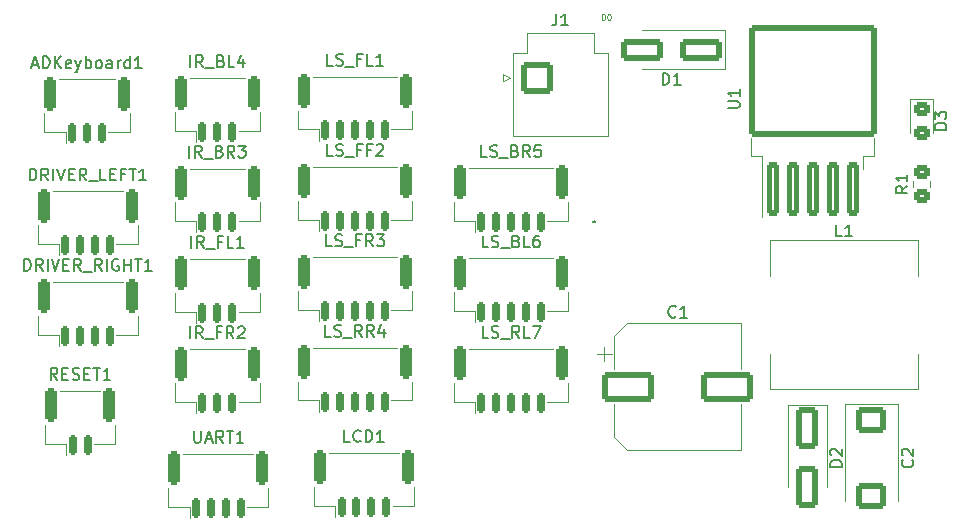
<source format=gto>
G04 #@! TF.GenerationSoftware,KiCad,Pcbnew,7.0.5*
G04 #@! TF.CreationDate,2023-09-27T13:54:17+07:00*
G04 #@! TF.ProjectId,sumoRobotPCB,73756d6f-526f-4626-9f74-5043422e6b69,rev?*
G04 #@! TF.SameCoordinates,Original*
G04 #@! TF.FileFunction,Legend,Top*
G04 #@! TF.FilePolarity,Positive*
%FSLAX46Y46*%
G04 Gerber Fmt 4.6, Leading zero omitted, Abs format (unit mm)*
G04 Created by KiCad (PCBNEW 7.0.5) date 2023-09-27 13:54:17*
%MOMM*%
%LPD*%
G01*
G04 APERTURE LIST*
G04 Aperture macros list*
%AMRoundRect*
0 Rectangle with rounded corners*
0 $1 Rounding radius*
0 $2 $3 $4 $5 $6 $7 $8 $9 X,Y pos of 4 corners*
0 Add a 4 corners polygon primitive as box body*
4,1,4,$2,$3,$4,$5,$6,$7,$8,$9,$2,$3,0*
0 Add four circle primitives for the rounded corners*
1,1,$1+$1,$2,$3*
1,1,$1+$1,$4,$5*
1,1,$1+$1,$6,$7*
1,1,$1+$1,$8,$9*
0 Add four rect primitives between the rounded corners*
20,1,$1+$1,$2,$3,$4,$5,0*
20,1,$1+$1,$4,$5,$6,$7,0*
20,1,$1+$1,$6,$7,$8,$9,0*
20,1,$1+$1,$8,$9,$2,$3,0*%
G04 Aperture macros list end*
%ADD10C,0.150000*%
%ADD11C,0.075000*%
%ADD12C,0.120000*%
%ADD13RoundRect,0.150000X-0.150000X-0.700000X0.150000X-0.700000X0.150000X0.700000X-0.150000X0.700000X0*%
%ADD14RoundRect,0.250000X-0.250000X-1.150000X0.250000X-1.150000X0.250000X1.150000X-0.250000X1.150000X0*%
%ADD15RoundRect,0.250000X1.500000X0.650000X-1.500000X0.650000X-1.500000X-0.650000X1.500000X-0.650000X0*%
%ADD16RoundRect,0.250000X-1.025000X0.875000X-1.025000X-0.875000X1.025000X-0.875000X1.025000X0.875000X0*%
%ADD17RoundRect,0.250000X-0.650000X1.500000X-0.650000X-1.500000X0.650000X-1.500000X0.650000X1.500000X0*%
%ADD18RoundRect,0.250000X-0.450000X0.325000X-0.450000X-0.325000X0.450000X-0.325000X0.450000X0.325000X0*%
%ADD19RoundRect,0.250001X-1.099999X-1.099999X1.099999X-1.099999X1.099999X1.099999X-1.099999X1.099999X0*%
%ADD20C,2.700000*%
%ADD21R,2.900000X5.400000*%
%ADD22C,3.200000*%
%ADD23O,1.727200X1.727200*%
%ADD24R,1.727200X1.727200*%
%ADD25RoundRect,0.250000X0.300000X-2.050000X0.300000X2.050000X-0.300000X2.050000X-0.300000X-2.050000X0*%
%ADD26RoundRect,0.250002X5.149998X-4.449998X5.149998X4.449998X-5.149998X4.449998X-5.149998X-4.449998X0*%
%ADD27RoundRect,0.250000X-1.950000X-1.000000X1.950000X-1.000000X1.950000X1.000000X-1.950000X1.000000X0*%
%ADD28RoundRect,0.250000X0.450000X-0.350000X0.450000X0.350000X-0.450000X0.350000X-0.450000X-0.350000X0*%
G04 APERTURE END LIST*
D10*
X233220190Y-107982819D02*
X232744000Y-107982819D01*
X232744000Y-107982819D02*
X232744000Y-106982819D01*
X233505905Y-107935200D02*
X233648762Y-107982819D01*
X233648762Y-107982819D02*
X233886857Y-107982819D01*
X233886857Y-107982819D02*
X233982095Y-107935200D01*
X233982095Y-107935200D02*
X234029714Y-107887580D01*
X234029714Y-107887580D02*
X234077333Y-107792342D01*
X234077333Y-107792342D02*
X234077333Y-107697104D01*
X234077333Y-107697104D02*
X234029714Y-107601866D01*
X234029714Y-107601866D02*
X233982095Y-107554247D01*
X233982095Y-107554247D02*
X233886857Y-107506628D01*
X233886857Y-107506628D02*
X233696381Y-107459009D01*
X233696381Y-107459009D02*
X233601143Y-107411390D01*
X233601143Y-107411390D02*
X233553524Y-107363771D01*
X233553524Y-107363771D02*
X233505905Y-107268533D01*
X233505905Y-107268533D02*
X233505905Y-107173295D01*
X233505905Y-107173295D02*
X233553524Y-107078057D01*
X233553524Y-107078057D02*
X233601143Y-107030438D01*
X233601143Y-107030438D02*
X233696381Y-106982819D01*
X233696381Y-106982819D02*
X233934476Y-106982819D01*
X233934476Y-106982819D02*
X234077333Y-107030438D01*
X234267810Y-108078057D02*
X235029714Y-108078057D01*
X235601143Y-107459009D02*
X235744000Y-107506628D01*
X235744000Y-107506628D02*
X235791619Y-107554247D01*
X235791619Y-107554247D02*
X235839238Y-107649485D01*
X235839238Y-107649485D02*
X235839238Y-107792342D01*
X235839238Y-107792342D02*
X235791619Y-107887580D01*
X235791619Y-107887580D02*
X235744000Y-107935200D01*
X235744000Y-107935200D02*
X235648762Y-107982819D01*
X235648762Y-107982819D02*
X235267810Y-107982819D01*
X235267810Y-107982819D02*
X235267810Y-106982819D01*
X235267810Y-106982819D02*
X235601143Y-106982819D01*
X235601143Y-106982819D02*
X235696381Y-107030438D01*
X235696381Y-107030438D02*
X235744000Y-107078057D01*
X235744000Y-107078057D02*
X235791619Y-107173295D01*
X235791619Y-107173295D02*
X235791619Y-107268533D01*
X235791619Y-107268533D02*
X235744000Y-107363771D01*
X235744000Y-107363771D02*
X235696381Y-107411390D01*
X235696381Y-107411390D02*
X235601143Y-107459009D01*
X235601143Y-107459009D02*
X235267810Y-107459009D01*
X236839238Y-107982819D02*
X236505905Y-107506628D01*
X236267810Y-107982819D02*
X236267810Y-106982819D01*
X236267810Y-106982819D02*
X236648762Y-106982819D01*
X236648762Y-106982819D02*
X236744000Y-107030438D01*
X236744000Y-107030438D02*
X236791619Y-107078057D01*
X236791619Y-107078057D02*
X236839238Y-107173295D01*
X236839238Y-107173295D02*
X236839238Y-107316152D01*
X236839238Y-107316152D02*
X236791619Y-107411390D01*
X236791619Y-107411390D02*
X236744000Y-107459009D01*
X236744000Y-107459009D02*
X236648762Y-107506628D01*
X236648762Y-107506628D02*
X236267810Y-107506628D01*
X237744000Y-106982819D02*
X237267810Y-106982819D01*
X237267810Y-106982819D02*
X237220191Y-107459009D01*
X237220191Y-107459009D02*
X237267810Y-107411390D01*
X237267810Y-107411390D02*
X237363048Y-107363771D01*
X237363048Y-107363771D02*
X237601143Y-107363771D01*
X237601143Y-107363771D02*
X237696381Y-107411390D01*
X237696381Y-107411390D02*
X237744000Y-107459009D01*
X237744000Y-107459009D02*
X237791619Y-107554247D01*
X237791619Y-107554247D02*
X237791619Y-107792342D01*
X237791619Y-107792342D02*
X237744000Y-107887580D01*
X237744000Y-107887580D02*
X237696381Y-107935200D01*
X237696381Y-107935200D02*
X237601143Y-107982819D01*
X237601143Y-107982819D02*
X237363048Y-107982819D01*
X237363048Y-107982819D02*
X237267810Y-107935200D01*
X237267810Y-107935200D02*
X237220191Y-107887580D01*
X233315428Y-123282819D02*
X232839238Y-123282819D01*
X232839238Y-123282819D02*
X232839238Y-122282819D01*
X233601143Y-123235200D02*
X233744000Y-123282819D01*
X233744000Y-123282819D02*
X233982095Y-123282819D01*
X233982095Y-123282819D02*
X234077333Y-123235200D01*
X234077333Y-123235200D02*
X234124952Y-123187580D01*
X234124952Y-123187580D02*
X234172571Y-123092342D01*
X234172571Y-123092342D02*
X234172571Y-122997104D01*
X234172571Y-122997104D02*
X234124952Y-122901866D01*
X234124952Y-122901866D02*
X234077333Y-122854247D01*
X234077333Y-122854247D02*
X233982095Y-122806628D01*
X233982095Y-122806628D02*
X233791619Y-122759009D01*
X233791619Y-122759009D02*
X233696381Y-122711390D01*
X233696381Y-122711390D02*
X233648762Y-122663771D01*
X233648762Y-122663771D02*
X233601143Y-122568533D01*
X233601143Y-122568533D02*
X233601143Y-122473295D01*
X233601143Y-122473295D02*
X233648762Y-122378057D01*
X233648762Y-122378057D02*
X233696381Y-122330438D01*
X233696381Y-122330438D02*
X233791619Y-122282819D01*
X233791619Y-122282819D02*
X234029714Y-122282819D01*
X234029714Y-122282819D02*
X234172571Y-122330438D01*
X234363048Y-123378057D02*
X235124952Y-123378057D01*
X235934476Y-123282819D02*
X235601143Y-122806628D01*
X235363048Y-123282819D02*
X235363048Y-122282819D01*
X235363048Y-122282819D02*
X235744000Y-122282819D01*
X235744000Y-122282819D02*
X235839238Y-122330438D01*
X235839238Y-122330438D02*
X235886857Y-122378057D01*
X235886857Y-122378057D02*
X235934476Y-122473295D01*
X235934476Y-122473295D02*
X235934476Y-122616152D01*
X235934476Y-122616152D02*
X235886857Y-122711390D01*
X235886857Y-122711390D02*
X235839238Y-122759009D01*
X235839238Y-122759009D02*
X235744000Y-122806628D01*
X235744000Y-122806628D02*
X235363048Y-122806628D01*
X236839238Y-123282819D02*
X236363048Y-123282819D01*
X236363048Y-123282819D02*
X236363048Y-122282819D01*
X237077334Y-122282819D02*
X237744000Y-122282819D01*
X237744000Y-122282819D02*
X237315429Y-123282819D01*
X208102095Y-100380819D02*
X208102095Y-99380819D01*
X209149713Y-100380819D02*
X208816380Y-99904628D01*
X208578285Y-100380819D02*
X208578285Y-99380819D01*
X208578285Y-99380819D02*
X208959237Y-99380819D01*
X208959237Y-99380819D02*
X209054475Y-99428438D01*
X209054475Y-99428438D02*
X209102094Y-99476057D01*
X209102094Y-99476057D02*
X209149713Y-99571295D01*
X209149713Y-99571295D02*
X209149713Y-99714152D01*
X209149713Y-99714152D02*
X209102094Y-99809390D01*
X209102094Y-99809390D02*
X209054475Y-99857009D01*
X209054475Y-99857009D02*
X208959237Y-99904628D01*
X208959237Y-99904628D02*
X208578285Y-99904628D01*
X209340190Y-100476057D02*
X210102094Y-100476057D01*
X210673523Y-99857009D02*
X210816380Y-99904628D01*
X210816380Y-99904628D02*
X210863999Y-99952247D01*
X210863999Y-99952247D02*
X210911618Y-100047485D01*
X210911618Y-100047485D02*
X210911618Y-100190342D01*
X210911618Y-100190342D02*
X210863999Y-100285580D01*
X210863999Y-100285580D02*
X210816380Y-100333200D01*
X210816380Y-100333200D02*
X210721142Y-100380819D01*
X210721142Y-100380819D02*
X210340190Y-100380819D01*
X210340190Y-100380819D02*
X210340190Y-99380819D01*
X210340190Y-99380819D02*
X210673523Y-99380819D01*
X210673523Y-99380819D02*
X210768761Y-99428438D01*
X210768761Y-99428438D02*
X210816380Y-99476057D01*
X210816380Y-99476057D02*
X210863999Y-99571295D01*
X210863999Y-99571295D02*
X210863999Y-99666533D01*
X210863999Y-99666533D02*
X210816380Y-99761771D01*
X210816380Y-99761771D02*
X210768761Y-99809390D01*
X210768761Y-99809390D02*
X210673523Y-99857009D01*
X210673523Y-99857009D02*
X210340190Y-99857009D01*
X211816380Y-100380819D02*
X211340190Y-100380819D01*
X211340190Y-100380819D02*
X211340190Y-99380819D01*
X212578285Y-99714152D02*
X212578285Y-100380819D01*
X212340190Y-99333200D02*
X212102095Y-100047485D01*
X212102095Y-100047485D02*
X212721142Y-100047485D01*
X248071905Y-101874819D02*
X248071905Y-100874819D01*
X248071905Y-100874819D02*
X248310000Y-100874819D01*
X248310000Y-100874819D02*
X248452857Y-100922438D01*
X248452857Y-100922438D02*
X248548095Y-101017676D01*
X248548095Y-101017676D02*
X248595714Y-101112914D01*
X248595714Y-101112914D02*
X248643333Y-101303390D01*
X248643333Y-101303390D02*
X248643333Y-101446247D01*
X248643333Y-101446247D02*
X248595714Y-101636723D01*
X248595714Y-101636723D02*
X248548095Y-101731961D01*
X248548095Y-101731961D02*
X248452857Y-101827200D01*
X248452857Y-101827200D02*
X248310000Y-101874819D01*
X248310000Y-101874819D02*
X248071905Y-101874819D01*
X249595714Y-101874819D02*
X249024286Y-101874819D01*
X249310000Y-101874819D02*
X249310000Y-100874819D01*
X249310000Y-100874819D02*
X249214762Y-101017676D01*
X249214762Y-101017676D02*
X249119524Y-101112914D01*
X249119524Y-101112914D02*
X249024286Y-101160533D01*
X221608333Y-132114819D02*
X221132143Y-132114819D01*
X221132143Y-132114819D02*
X221132143Y-131114819D01*
X222513095Y-132019580D02*
X222465476Y-132067200D01*
X222465476Y-132067200D02*
X222322619Y-132114819D01*
X222322619Y-132114819D02*
X222227381Y-132114819D01*
X222227381Y-132114819D02*
X222084524Y-132067200D01*
X222084524Y-132067200D02*
X221989286Y-131971961D01*
X221989286Y-131971961D02*
X221941667Y-131876723D01*
X221941667Y-131876723D02*
X221894048Y-131686247D01*
X221894048Y-131686247D02*
X221894048Y-131543390D01*
X221894048Y-131543390D02*
X221941667Y-131352914D01*
X221941667Y-131352914D02*
X221989286Y-131257676D01*
X221989286Y-131257676D02*
X222084524Y-131162438D01*
X222084524Y-131162438D02*
X222227381Y-131114819D01*
X222227381Y-131114819D02*
X222322619Y-131114819D01*
X222322619Y-131114819D02*
X222465476Y-131162438D01*
X222465476Y-131162438D02*
X222513095Y-131210057D01*
X222941667Y-132114819D02*
X222941667Y-131114819D01*
X222941667Y-131114819D02*
X223179762Y-131114819D01*
X223179762Y-131114819D02*
X223322619Y-131162438D01*
X223322619Y-131162438D02*
X223417857Y-131257676D01*
X223417857Y-131257676D02*
X223465476Y-131352914D01*
X223465476Y-131352914D02*
X223513095Y-131543390D01*
X223513095Y-131543390D02*
X223513095Y-131686247D01*
X223513095Y-131686247D02*
X223465476Y-131876723D01*
X223465476Y-131876723D02*
X223417857Y-131971961D01*
X223417857Y-131971961D02*
X223322619Y-132067200D01*
X223322619Y-132067200D02*
X223179762Y-132114819D01*
X223179762Y-132114819D02*
X222941667Y-132114819D01*
X224465476Y-132114819D02*
X223894048Y-132114819D01*
X224179762Y-132114819D02*
X224179762Y-131114819D01*
X224179762Y-131114819D02*
X224084524Y-131257676D01*
X224084524Y-131257676D02*
X223989286Y-131352914D01*
X223989286Y-131352914D02*
X223894048Y-131400533D01*
X208078286Y-123330819D02*
X208078286Y-122330819D01*
X209125904Y-123330819D02*
X208792571Y-122854628D01*
X208554476Y-123330819D02*
X208554476Y-122330819D01*
X208554476Y-122330819D02*
X208935428Y-122330819D01*
X208935428Y-122330819D02*
X209030666Y-122378438D01*
X209030666Y-122378438D02*
X209078285Y-122426057D01*
X209078285Y-122426057D02*
X209125904Y-122521295D01*
X209125904Y-122521295D02*
X209125904Y-122664152D01*
X209125904Y-122664152D02*
X209078285Y-122759390D01*
X209078285Y-122759390D02*
X209030666Y-122807009D01*
X209030666Y-122807009D02*
X208935428Y-122854628D01*
X208935428Y-122854628D02*
X208554476Y-122854628D01*
X209316381Y-123426057D02*
X210078285Y-123426057D01*
X210649714Y-122807009D02*
X210316381Y-122807009D01*
X210316381Y-123330819D02*
X210316381Y-122330819D01*
X210316381Y-122330819D02*
X210792571Y-122330819D01*
X211744952Y-123330819D02*
X211411619Y-122854628D01*
X211173524Y-123330819D02*
X211173524Y-122330819D01*
X211173524Y-122330819D02*
X211554476Y-122330819D01*
X211554476Y-122330819D02*
X211649714Y-122378438D01*
X211649714Y-122378438D02*
X211697333Y-122426057D01*
X211697333Y-122426057D02*
X211744952Y-122521295D01*
X211744952Y-122521295D02*
X211744952Y-122664152D01*
X211744952Y-122664152D02*
X211697333Y-122759390D01*
X211697333Y-122759390D02*
X211649714Y-122807009D01*
X211649714Y-122807009D02*
X211554476Y-122854628D01*
X211554476Y-122854628D02*
X211173524Y-122854628D01*
X212125905Y-122426057D02*
X212173524Y-122378438D01*
X212173524Y-122378438D02*
X212268762Y-122330819D01*
X212268762Y-122330819D02*
X212506857Y-122330819D01*
X212506857Y-122330819D02*
X212602095Y-122378438D01*
X212602095Y-122378438D02*
X212649714Y-122426057D01*
X212649714Y-122426057D02*
X212697333Y-122521295D01*
X212697333Y-122521295D02*
X212697333Y-122616533D01*
X212697333Y-122616533D02*
X212649714Y-122759390D01*
X212649714Y-122759390D02*
X212078286Y-123330819D01*
X212078286Y-123330819D02*
X212697333Y-123330819D01*
X196836428Y-126838819D02*
X196503095Y-126362628D01*
X196265000Y-126838819D02*
X196265000Y-125838819D01*
X196265000Y-125838819D02*
X196645952Y-125838819D01*
X196645952Y-125838819D02*
X196741190Y-125886438D01*
X196741190Y-125886438D02*
X196788809Y-125934057D01*
X196788809Y-125934057D02*
X196836428Y-126029295D01*
X196836428Y-126029295D02*
X196836428Y-126172152D01*
X196836428Y-126172152D02*
X196788809Y-126267390D01*
X196788809Y-126267390D02*
X196741190Y-126315009D01*
X196741190Y-126315009D02*
X196645952Y-126362628D01*
X196645952Y-126362628D02*
X196265000Y-126362628D01*
X197265000Y-126315009D02*
X197598333Y-126315009D01*
X197741190Y-126838819D02*
X197265000Y-126838819D01*
X197265000Y-126838819D02*
X197265000Y-125838819D01*
X197265000Y-125838819D02*
X197741190Y-125838819D01*
X198122143Y-126791200D02*
X198265000Y-126838819D01*
X198265000Y-126838819D02*
X198503095Y-126838819D01*
X198503095Y-126838819D02*
X198598333Y-126791200D01*
X198598333Y-126791200D02*
X198645952Y-126743580D01*
X198645952Y-126743580D02*
X198693571Y-126648342D01*
X198693571Y-126648342D02*
X198693571Y-126553104D01*
X198693571Y-126553104D02*
X198645952Y-126457866D01*
X198645952Y-126457866D02*
X198598333Y-126410247D01*
X198598333Y-126410247D02*
X198503095Y-126362628D01*
X198503095Y-126362628D02*
X198312619Y-126315009D01*
X198312619Y-126315009D02*
X198217381Y-126267390D01*
X198217381Y-126267390D02*
X198169762Y-126219771D01*
X198169762Y-126219771D02*
X198122143Y-126124533D01*
X198122143Y-126124533D02*
X198122143Y-126029295D01*
X198122143Y-126029295D02*
X198169762Y-125934057D01*
X198169762Y-125934057D02*
X198217381Y-125886438D01*
X198217381Y-125886438D02*
X198312619Y-125838819D01*
X198312619Y-125838819D02*
X198550714Y-125838819D01*
X198550714Y-125838819D02*
X198693571Y-125886438D01*
X199122143Y-126315009D02*
X199455476Y-126315009D01*
X199598333Y-126838819D02*
X199122143Y-126838819D01*
X199122143Y-126838819D02*
X199122143Y-125838819D01*
X199122143Y-125838819D02*
X199598333Y-125838819D01*
X199884048Y-125838819D02*
X200455476Y-125838819D01*
X200169762Y-126838819D02*
X200169762Y-125838819D01*
X201312619Y-126838819D02*
X200741191Y-126838819D01*
X201026905Y-126838819D02*
X201026905Y-125838819D01*
X201026905Y-125838819D02*
X200931667Y-125981676D01*
X200931667Y-125981676D02*
X200836429Y-126076914D01*
X200836429Y-126076914D02*
X200741191Y-126124533D01*
X269209580Y-133618666D02*
X269257200Y-133666285D01*
X269257200Y-133666285D02*
X269304819Y-133809142D01*
X269304819Y-133809142D02*
X269304819Y-133904380D01*
X269304819Y-133904380D02*
X269257200Y-134047237D01*
X269257200Y-134047237D02*
X269161961Y-134142475D01*
X269161961Y-134142475D02*
X269066723Y-134190094D01*
X269066723Y-134190094D02*
X268876247Y-134237713D01*
X268876247Y-134237713D02*
X268733390Y-134237713D01*
X268733390Y-134237713D02*
X268542914Y-134190094D01*
X268542914Y-134190094D02*
X268447676Y-134142475D01*
X268447676Y-134142475D02*
X268352438Y-134047237D01*
X268352438Y-134047237D02*
X268304819Y-133904380D01*
X268304819Y-133904380D02*
X268304819Y-133809142D01*
X268304819Y-133809142D02*
X268352438Y-133666285D01*
X268352438Y-133666285D02*
X268400057Y-133618666D01*
X268400057Y-133237713D02*
X268352438Y-133190094D01*
X268352438Y-133190094D02*
X268304819Y-133094856D01*
X268304819Y-133094856D02*
X268304819Y-132856761D01*
X268304819Y-132856761D02*
X268352438Y-132761523D01*
X268352438Y-132761523D02*
X268400057Y-132713904D01*
X268400057Y-132713904D02*
X268495295Y-132666285D01*
X268495295Y-132666285D02*
X268590533Y-132666285D01*
X268590533Y-132666285D02*
X268733390Y-132713904D01*
X268733390Y-132713904D02*
X269304819Y-133285332D01*
X269304819Y-133285332D02*
X269304819Y-132666285D01*
X263264819Y-134192094D02*
X262264819Y-134192094D01*
X262264819Y-134192094D02*
X262264819Y-133953999D01*
X262264819Y-133953999D02*
X262312438Y-133811142D01*
X262312438Y-133811142D02*
X262407676Y-133715904D01*
X262407676Y-133715904D02*
X262502914Y-133668285D01*
X262502914Y-133668285D02*
X262693390Y-133620666D01*
X262693390Y-133620666D02*
X262836247Y-133620666D01*
X262836247Y-133620666D02*
X263026723Y-133668285D01*
X263026723Y-133668285D02*
X263121961Y-133715904D01*
X263121961Y-133715904D02*
X263217200Y-133811142D01*
X263217200Y-133811142D02*
X263264819Y-133953999D01*
X263264819Y-133953999D02*
X263264819Y-134192094D01*
X262360057Y-133239713D02*
X262312438Y-133192094D01*
X262312438Y-133192094D02*
X262264819Y-133096856D01*
X262264819Y-133096856D02*
X262264819Y-132858761D01*
X262264819Y-132858761D02*
X262312438Y-132763523D01*
X262312438Y-132763523D02*
X262360057Y-132715904D01*
X262360057Y-132715904D02*
X262455295Y-132668285D01*
X262455295Y-132668285D02*
X262550533Y-132668285D01*
X262550533Y-132668285D02*
X262693390Y-132715904D01*
X262693390Y-132715904D02*
X263264819Y-133287332D01*
X263264819Y-133287332D02*
X263264819Y-132668285D01*
X220178856Y-100242819D02*
X219702666Y-100242819D01*
X219702666Y-100242819D02*
X219702666Y-99242819D01*
X220464571Y-100195200D02*
X220607428Y-100242819D01*
X220607428Y-100242819D02*
X220845523Y-100242819D01*
X220845523Y-100242819D02*
X220940761Y-100195200D01*
X220940761Y-100195200D02*
X220988380Y-100147580D01*
X220988380Y-100147580D02*
X221035999Y-100052342D01*
X221035999Y-100052342D02*
X221035999Y-99957104D01*
X221035999Y-99957104D02*
X220988380Y-99861866D01*
X220988380Y-99861866D02*
X220940761Y-99814247D01*
X220940761Y-99814247D02*
X220845523Y-99766628D01*
X220845523Y-99766628D02*
X220655047Y-99719009D01*
X220655047Y-99719009D02*
X220559809Y-99671390D01*
X220559809Y-99671390D02*
X220512190Y-99623771D01*
X220512190Y-99623771D02*
X220464571Y-99528533D01*
X220464571Y-99528533D02*
X220464571Y-99433295D01*
X220464571Y-99433295D02*
X220512190Y-99338057D01*
X220512190Y-99338057D02*
X220559809Y-99290438D01*
X220559809Y-99290438D02*
X220655047Y-99242819D01*
X220655047Y-99242819D02*
X220893142Y-99242819D01*
X220893142Y-99242819D02*
X221035999Y-99290438D01*
X221226476Y-100338057D02*
X221988380Y-100338057D01*
X222559809Y-99719009D02*
X222226476Y-99719009D01*
X222226476Y-100242819D02*
X222226476Y-99242819D01*
X222226476Y-99242819D02*
X222702666Y-99242819D01*
X223559809Y-100242819D02*
X223083619Y-100242819D01*
X223083619Y-100242819D02*
X223083619Y-99242819D01*
X224416952Y-100242819D02*
X223845524Y-100242819D01*
X224131238Y-100242819D02*
X224131238Y-99242819D01*
X224131238Y-99242819D02*
X224036000Y-99385676D01*
X224036000Y-99385676D02*
X223940762Y-99480914D01*
X223940762Y-99480914D02*
X223845524Y-99528533D01*
X194695142Y-100185104D02*
X195171332Y-100185104D01*
X194599904Y-100470819D02*
X194933237Y-99470819D01*
X194933237Y-99470819D02*
X195266570Y-100470819D01*
X195599904Y-100470819D02*
X195599904Y-99470819D01*
X195599904Y-99470819D02*
X195837999Y-99470819D01*
X195837999Y-99470819D02*
X195980856Y-99518438D01*
X195980856Y-99518438D02*
X196076094Y-99613676D01*
X196076094Y-99613676D02*
X196123713Y-99708914D01*
X196123713Y-99708914D02*
X196171332Y-99899390D01*
X196171332Y-99899390D02*
X196171332Y-100042247D01*
X196171332Y-100042247D02*
X196123713Y-100232723D01*
X196123713Y-100232723D02*
X196076094Y-100327961D01*
X196076094Y-100327961D02*
X195980856Y-100423200D01*
X195980856Y-100423200D02*
X195837999Y-100470819D01*
X195837999Y-100470819D02*
X195599904Y-100470819D01*
X196599904Y-100470819D02*
X196599904Y-99470819D01*
X197171332Y-100470819D02*
X196742761Y-99899390D01*
X197171332Y-99470819D02*
X196599904Y-100042247D01*
X197980856Y-100423200D02*
X197885618Y-100470819D01*
X197885618Y-100470819D02*
X197695142Y-100470819D01*
X197695142Y-100470819D02*
X197599904Y-100423200D01*
X197599904Y-100423200D02*
X197552285Y-100327961D01*
X197552285Y-100327961D02*
X197552285Y-99947009D01*
X197552285Y-99947009D02*
X197599904Y-99851771D01*
X197599904Y-99851771D02*
X197695142Y-99804152D01*
X197695142Y-99804152D02*
X197885618Y-99804152D01*
X197885618Y-99804152D02*
X197980856Y-99851771D01*
X197980856Y-99851771D02*
X198028475Y-99947009D01*
X198028475Y-99947009D02*
X198028475Y-100042247D01*
X198028475Y-100042247D02*
X197552285Y-100137485D01*
X198361809Y-99804152D02*
X198599904Y-100470819D01*
X198837999Y-99804152D02*
X198599904Y-100470819D01*
X198599904Y-100470819D02*
X198504666Y-100708914D01*
X198504666Y-100708914D02*
X198457047Y-100756533D01*
X198457047Y-100756533D02*
X198361809Y-100804152D01*
X199218952Y-100470819D02*
X199218952Y-99470819D01*
X199218952Y-99851771D02*
X199314190Y-99804152D01*
X199314190Y-99804152D02*
X199504666Y-99804152D01*
X199504666Y-99804152D02*
X199599904Y-99851771D01*
X199599904Y-99851771D02*
X199647523Y-99899390D01*
X199647523Y-99899390D02*
X199695142Y-99994628D01*
X199695142Y-99994628D02*
X199695142Y-100280342D01*
X199695142Y-100280342D02*
X199647523Y-100375580D01*
X199647523Y-100375580D02*
X199599904Y-100423200D01*
X199599904Y-100423200D02*
X199504666Y-100470819D01*
X199504666Y-100470819D02*
X199314190Y-100470819D01*
X199314190Y-100470819D02*
X199218952Y-100423200D01*
X200266571Y-100470819D02*
X200171333Y-100423200D01*
X200171333Y-100423200D02*
X200123714Y-100375580D01*
X200123714Y-100375580D02*
X200076095Y-100280342D01*
X200076095Y-100280342D02*
X200076095Y-99994628D01*
X200076095Y-99994628D02*
X200123714Y-99899390D01*
X200123714Y-99899390D02*
X200171333Y-99851771D01*
X200171333Y-99851771D02*
X200266571Y-99804152D01*
X200266571Y-99804152D02*
X200409428Y-99804152D01*
X200409428Y-99804152D02*
X200504666Y-99851771D01*
X200504666Y-99851771D02*
X200552285Y-99899390D01*
X200552285Y-99899390D02*
X200599904Y-99994628D01*
X200599904Y-99994628D02*
X200599904Y-100280342D01*
X200599904Y-100280342D02*
X200552285Y-100375580D01*
X200552285Y-100375580D02*
X200504666Y-100423200D01*
X200504666Y-100423200D02*
X200409428Y-100470819D01*
X200409428Y-100470819D02*
X200266571Y-100470819D01*
X201457047Y-100470819D02*
X201457047Y-99947009D01*
X201457047Y-99947009D02*
X201409428Y-99851771D01*
X201409428Y-99851771D02*
X201314190Y-99804152D01*
X201314190Y-99804152D02*
X201123714Y-99804152D01*
X201123714Y-99804152D02*
X201028476Y-99851771D01*
X201457047Y-100423200D02*
X201361809Y-100470819D01*
X201361809Y-100470819D02*
X201123714Y-100470819D01*
X201123714Y-100470819D02*
X201028476Y-100423200D01*
X201028476Y-100423200D02*
X200980857Y-100327961D01*
X200980857Y-100327961D02*
X200980857Y-100232723D01*
X200980857Y-100232723D02*
X201028476Y-100137485D01*
X201028476Y-100137485D02*
X201123714Y-100089866D01*
X201123714Y-100089866D02*
X201361809Y-100089866D01*
X201361809Y-100089866D02*
X201457047Y-100042247D01*
X201933238Y-100470819D02*
X201933238Y-99804152D01*
X201933238Y-99994628D02*
X201980857Y-99899390D01*
X201980857Y-99899390D02*
X202028476Y-99851771D01*
X202028476Y-99851771D02*
X202123714Y-99804152D01*
X202123714Y-99804152D02*
X202218952Y-99804152D01*
X202980857Y-100470819D02*
X202980857Y-99470819D01*
X202980857Y-100423200D02*
X202885619Y-100470819D01*
X202885619Y-100470819D02*
X202695143Y-100470819D01*
X202695143Y-100470819D02*
X202599905Y-100423200D01*
X202599905Y-100423200D02*
X202552286Y-100375580D01*
X202552286Y-100375580D02*
X202504667Y-100280342D01*
X202504667Y-100280342D02*
X202504667Y-99994628D01*
X202504667Y-99994628D02*
X202552286Y-99899390D01*
X202552286Y-99899390D02*
X202599905Y-99851771D01*
X202599905Y-99851771D02*
X202695143Y-99804152D01*
X202695143Y-99804152D02*
X202885619Y-99804152D01*
X202885619Y-99804152D02*
X202980857Y-99851771D01*
X203980857Y-100470819D02*
X203409429Y-100470819D01*
X203695143Y-100470819D02*
X203695143Y-99470819D01*
X203695143Y-99470819D02*
X203599905Y-99613676D01*
X203599905Y-99613676D02*
X203504667Y-99708914D01*
X203504667Y-99708914D02*
X203409429Y-99756533D01*
X194009048Y-117612819D02*
X194009048Y-116612819D01*
X194009048Y-116612819D02*
X194247143Y-116612819D01*
X194247143Y-116612819D02*
X194390000Y-116660438D01*
X194390000Y-116660438D02*
X194485238Y-116755676D01*
X194485238Y-116755676D02*
X194532857Y-116850914D01*
X194532857Y-116850914D02*
X194580476Y-117041390D01*
X194580476Y-117041390D02*
X194580476Y-117184247D01*
X194580476Y-117184247D02*
X194532857Y-117374723D01*
X194532857Y-117374723D02*
X194485238Y-117469961D01*
X194485238Y-117469961D02*
X194390000Y-117565200D01*
X194390000Y-117565200D02*
X194247143Y-117612819D01*
X194247143Y-117612819D02*
X194009048Y-117612819D01*
X195580476Y-117612819D02*
X195247143Y-117136628D01*
X195009048Y-117612819D02*
X195009048Y-116612819D01*
X195009048Y-116612819D02*
X195390000Y-116612819D01*
X195390000Y-116612819D02*
X195485238Y-116660438D01*
X195485238Y-116660438D02*
X195532857Y-116708057D01*
X195532857Y-116708057D02*
X195580476Y-116803295D01*
X195580476Y-116803295D02*
X195580476Y-116946152D01*
X195580476Y-116946152D02*
X195532857Y-117041390D01*
X195532857Y-117041390D02*
X195485238Y-117089009D01*
X195485238Y-117089009D02*
X195390000Y-117136628D01*
X195390000Y-117136628D02*
X195009048Y-117136628D01*
X196009048Y-117612819D02*
X196009048Y-116612819D01*
X196342381Y-116612819D02*
X196675714Y-117612819D01*
X196675714Y-117612819D02*
X197009047Y-116612819D01*
X197342381Y-117089009D02*
X197675714Y-117089009D01*
X197818571Y-117612819D02*
X197342381Y-117612819D01*
X197342381Y-117612819D02*
X197342381Y-116612819D01*
X197342381Y-116612819D02*
X197818571Y-116612819D01*
X198818571Y-117612819D02*
X198485238Y-117136628D01*
X198247143Y-117612819D02*
X198247143Y-116612819D01*
X198247143Y-116612819D02*
X198628095Y-116612819D01*
X198628095Y-116612819D02*
X198723333Y-116660438D01*
X198723333Y-116660438D02*
X198770952Y-116708057D01*
X198770952Y-116708057D02*
X198818571Y-116803295D01*
X198818571Y-116803295D02*
X198818571Y-116946152D01*
X198818571Y-116946152D02*
X198770952Y-117041390D01*
X198770952Y-117041390D02*
X198723333Y-117089009D01*
X198723333Y-117089009D02*
X198628095Y-117136628D01*
X198628095Y-117136628D02*
X198247143Y-117136628D01*
X199009048Y-117708057D02*
X199770952Y-117708057D01*
X200580476Y-117612819D02*
X200247143Y-117136628D01*
X200009048Y-117612819D02*
X200009048Y-116612819D01*
X200009048Y-116612819D02*
X200390000Y-116612819D01*
X200390000Y-116612819D02*
X200485238Y-116660438D01*
X200485238Y-116660438D02*
X200532857Y-116708057D01*
X200532857Y-116708057D02*
X200580476Y-116803295D01*
X200580476Y-116803295D02*
X200580476Y-116946152D01*
X200580476Y-116946152D02*
X200532857Y-117041390D01*
X200532857Y-117041390D02*
X200485238Y-117089009D01*
X200485238Y-117089009D02*
X200390000Y-117136628D01*
X200390000Y-117136628D02*
X200009048Y-117136628D01*
X201009048Y-117612819D02*
X201009048Y-116612819D01*
X202009047Y-116660438D02*
X201913809Y-116612819D01*
X201913809Y-116612819D02*
X201770952Y-116612819D01*
X201770952Y-116612819D02*
X201628095Y-116660438D01*
X201628095Y-116660438D02*
X201532857Y-116755676D01*
X201532857Y-116755676D02*
X201485238Y-116850914D01*
X201485238Y-116850914D02*
X201437619Y-117041390D01*
X201437619Y-117041390D02*
X201437619Y-117184247D01*
X201437619Y-117184247D02*
X201485238Y-117374723D01*
X201485238Y-117374723D02*
X201532857Y-117469961D01*
X201532857Y-117469961D02*
X201628095Y-117565200D01*
X201628095Y-117565200D02*
X201770952Y-117612819D01*
X201770952Y-117612819D02*
X201866190Y-117612819D01*
X201866190Y-117612819D02*
X202009047Y-117565200D01*
X202009047Y-117565200D02*
X202056666Y-117517580D01*
X202056666Y-117517580D02*
X202056666Y-117184247D01*
X202056666Y-117184247D02*
X201866190Y-117184247D01*
X202485238Y-117612819D02*
X202485238Y-116612819D01*
X202485238Y-117089009D02*
X203056666Y-117089009D01*
X203056666Y-117612819D02*
X203056666Y-116612819D01*
X203390000Y-116612819D02*
X203961428Y-116612819D01*
X203675714Y-117612819D02*
X203675714Y-116612819D01*
X204818571Y-117612819D02*
X204247143Y-117612819D01*
X204532857Y-117612819D02*
X204532857Y-116612819D01*
X204532857Y-116612819D02*
X204437619Y-116755676D01*
X204437619Y-116755676D02*
X204342381Y-116850914D01*
X204342381Y-116850914D02*
X204247143Y-116898533D01*
X220012190Y-123192819D02*
X219536000Y-123192819D01*
X219536000Y-123192819D02*
X219536000Y-122192819D01*
X220297905Y-123145200D02*
X220440762Y-123192819D01*
X220440762Y-123192819D02*
X220678857Y-123192819D01*
X220678857Y-123192819D02*
X220774095Y-123145200D01*
X220774095Y-123145200D02*
X220821714Y-123097580D01*
X220821714Y-123097580D02*
X220869333Y-123002342D01*
X220869333Y-123002342D02*
X220869333Y-122907104D01*
X220869333Y-122907104D02*
X220821714Y-122811866D01*
X220821714Y-122811866D02*
X220774095Y-122764247D01*
X220774095Y-122764247D02*
X220678857Y-122716628D01*
X220678857Y-122716628D02*
X220488381Y-122669009D01*
X220488381Y-122669009D02*
X220393143Y-122621390D01*
X220393143Y-122621390D02*
X220345524Y-122573771D01*
X220345524Y-122573771D02*
X220297905Y-122478533D01*
X220297905Y-122478533D02*
X220297905Y-122383295D01*
X220297905Y-122383295D02*
X220345524Y-122288057D01*
X220345524Y-122288057D02*
X220393143Y-122240438D01*
X220393143Y-122240438D02*
X220488381Y-122192819D01*
X220488381Y-122192819D02*
X220726476Y-122192819D01*
X220726476Y-122192819D02*
X220869333Y-122240438D01*
X221059810Y-123288057D02*
X221821714Y-123288057D01*
X222631238Y-123192819D02*
X222297905Y-122716628D01*
X222059810Y-123192819D02*
X222059810Y-122192819D01*
X222059810Y-122192819D02*
X222440762Y-122192819D01*
X222440762Y-122192819D02*
X222536000Y-122240438D01*
X222536000Y-122240438D02*
X222583619Y-122288057D01*
X222583619Y-122288057D02*
X222631238Y-122383295D01*
X222631238Y-122383295D02*
X222631238Y-122526152D01*
X222631238Y-122526152D02*
X222583619Y-122621390D01*
X222583619Y-122621390D02*
X222536000Y-122669009D01*
X222536000Y-122669009D02*
X222440762Y-122716628D01*
X222440762Y-122716628D02*
X222059810Y-122716628D01*
X223631238Y-123192819D02*
X223297905Y-122716628D01*
X223059810Y-123192819D02*
X223059810Y-122192819D01*
X223059810Y-122192819D02*
X223440762Y-122192819D01*
X223440762Y-122192819D02*
X223536000Y-122240438D01*
X223536000Y-122240438D02*
X223583619Y-122288057D01*
X223583619Y-122288057D02*
X223631238Y-122383295D01*
X223631238Y-122383295D02*
X223631238Y-122526152D01*
X223631238Y-122526152D02*
X223583619Y-122621390D01*
X223583619Y-122621390D02*
X223536000Y-122669009D01*
X223536000Y-122669009D02*
X223440762Y-122716628D01*
X223440762Y-122716628D02*
X223059810Y-122716628D01*
X224488381Y-122526152D02*
X224488381Y-123192819D01*
X224250286Y-122145200D02*
X224012191Y-122859485D01*
X224012191Y-122859485D02*
X224631238Y-122859485D01*
X272104819Y-105663094D02*
X271104819Y-105663094D01*
X271104819Y-105663094D02*
X271104819Y-105424999D01*
X271104819Y-105424999D02*
X271152438Y-105282142D01*
X271152438Y-105282142D02*
X271247676Y-105186904D01*
X271247676Y-105186904D02*
X271342914Y-105139285D01*
X271342914Y-105139285D02*
X271533390Y-105091666D01*
X271533390Y-105091666D02*
X271676247Y-105091666D01*
X271676247Y-105091666D02*
X271866723Y-105139285D01*
X271866723Y-105139285D02*
X271961961Y-105186904D01*
X271961961Y-105186904D02*
X272057200Y-105282142D01*
X272057200Y-105282142D02*
X272104819Y-105424999D01*
X272104819Y-105424999D02*
X272104819Y-105663094D01*
X271104819Y-104758332D02*
X271104819Y-104139285D01*
X271104819Y-104139285D02*
X271485771Y-104472618D01*
X271485771Y-104472618D02*
X271485771Y-104329761D01*
X271485771Y-104329761D02*
X271533390Y-104234523D01*
X271533390Y-104234523D02*
X271581009Y-104186904D01*
X271581009Y-104186904D02*
X271676247Y-104139285D01*
X271676247Y-104139285D02*
X271914342Y-104139285D01*
X271914342Y-104139285D02*
X272009580Y-104186904D01*
X272009580Y-104186904D02*
X272057200Y-104234523D01*
X272057200Y-104234523D02*
X272104819Y-104329761D01*
X272104819Y-104329761D02*
X272104819Y-104615475D01*
X272104819Y-104615475D02*
X272057200Y-104710713D01*
X272057200Y-104710713D02*
X272009580Y-104758332D01*
X239076666Y-95834819D02*
X239076666Y-96549104D01*
X239076666Y-96549104D02*
X239029047Y-96691961D01*
X239029047Y-96691961D02*
X238933809Y-96787200D01*
X238933809Y-96787200D02*
X238790952Y-96834819D01*
X238790952Y-96834819D02*
X238695714Y-96834819D01*
X240076666Y-96834819D02*
X239505238Y-96834819D01*
X239790952Y-96834819D02*
X239790952Y-95834819D01*
X239790952Y-95834819D02*
X239695714Y-95977676D01*
X239695714Y-95977676D02*
X239600476Y-96072914D01*
X239600476Y-96072914D02*
X239505238Y-96120533D01*
X263273333Y-114704819D02*
X262797143Y-114704819D01*
X262797143Y-114704819D02*
X262797143Y-113704819D01*
X264130476Y-114704819D02*
X263559048Y-114704819D01*
X263844762Y-114704819D02*
X263844762Y-113704819D01*
X263844762Y-113704819D02*
X263749524Y-113847676D01*
X263749524Y-113847676D02*
X263654286Y-113942914D01*
X263654286Y-113942914D02*
X263559048Y-113990533D01*
X242274000Y-113415580D02*
X242321619Y-113463200D01*
X242321619Y-113463200D02*
X242274000Y-113510819D01*
X242274000Y-113510819D02*
X242226381Y-113463200D01*
X242226381Y-113463200D02*
X242274000Y-113415580D01*
X242274000Y-113415580D02*
X242274000Y-113510819D01*
D11*
X242920952Y-96392409D02*
X242920952Y-95892409D01*
X242920952Y-95892409D02*
X243040000Y-95892409D01*
X243040000Y-95892409D02*
X243111428Y-95916219D01*
X243111428Y-95916219D02*
X243159047Y-95963838D01*
X243159047Y-95963838D02*
X243182857Y-96011457D01*
X243182857Y-96011457D02*
X243206666Y-96106695D01*
X243206666Y-96106695D02*
X243206666Y-96178123D01*
X243206666Y-96178123D02*
X243182857Y-96273361D01*
X243182857Y-96273361D02*
X243159047Y-96320980D01*
X243159047Y-96320980D02*
X243111428Y-96368600D01*
X243111428Y-96368600D02*
X243040000Y-96392409D01*
X243040000Y-96392409D02*
X242920952Y-96392409D01*
X243516190Y-95892409D02*
X243563809Y-95892409D01*
X243563809Y-95892409D02*
X243611428Y-95916219D01*
X243611428Y-95916219D02*
X243635238Y-95940028D01*
X243635238Y-95940028D02*
X243659047Y-95987647D01*
X243659047Y-95987647D02*
X243682857Y-96082885D01*
X243682857Y-96082885D02*
X243682857Y-96201933D01*
X243682857Y-96201933D02*
X243659047Y-96297171D01*
X243659047Y-96297171D02*
X243635238Y-96344790D01*
X243635238Y-96344790D02*
X243611428Y-96368600D01*
X243611428Y-96368600D02*
X243563809Y-96392409D01*
X243563809Y-96392409D02*
X243516190Y-96392409D01*
X243516190Y-96392409D02*
X243468571Y-96368600D01*
X243468571Y-96368600D02*
X243444762Y-96344790D01*
X243444762Y-96344790D02*
X243420952Y-96297171D01*
X243420952Y-96297171D02*
X243397143Y-96201933D01*
X243397143Y-96201933D02*
X243397143Y-96082885D01*
X243397143Y-96082885D02*
X243420952Y-95987647D01*
X243420952Y-95987647D02*
X243444762Y-95940028D01*
X243444762Y-95940028D02*
X243468571Y-95916219D01*
X243468571Y-95916219D02*
X243516190Y-95892409D01*
D10*
X208173524Y-115680819D02*
X208173524Y-114680819D01*
X209221142Y-115680819D02*
X208887809Y-115204628D01*
X208649714Y-115680819D02*
X208649714Y-114680819D01*
X208649714Y-114680819D02*
X209030666Y-114680819D01*
X209030666Y-114680819D02*
X209125904Y-114728438D01*
X209125904Y-114728438D02*
X209173523Y-114776057D01*
X209173523Y-114776057D02*
X209221142Y-114871295D01*
X209221142Y-114871295D02*
X209221142Y-115014152D01*
X209221142Y-115014152D02*
X209173523Y-115109390D01*
X209173523Y-115109390D02*
X209125904Y-115157009D01*
X209125904Y-115157009D02*
X209030666Y-115204628D01*
X209030666Y-115204628D02*
X208649714Y-115204628D01*
X209411619Y-115776057D02*
X210173523Y-115776057D01*
X210744952Y-115157009D02*
X210411619Y-115157009D01*
X210411619Y-115680819D02*
X210411619Y-114680819D01*
X210411619Y-114680819D02*
X210887809Y-114680819D01*
X211744952Y-115680819D02*
X211268762Y-115680819D01*
X211268762Y-115680819D02*
X211268762Y-114680819D01*
X212602095Y-115680819D02*
X212030667Y-115680819D01*
X212316381Y-115680819D02*
X212316381Y-114680819D01*
X212316381Y-114680819D02*
X212221143Y-114823676D01*
X212221143Y-114823676D02*
X212125905Y-114918914D01*
X212125905Y-114918914D02*
X212030667Y-114966533D01*
X208006857Y-108030819D02*
X208006857Y-107030819D01*
X209054475Y-108030819D02*
X208721142Y-107554628D01*
X208483047Y-108030819D02*
X208483047Y-107030819D01*
X208483047Y-107030819D02*
X208863999Y-107030819D01*
X208863999Y-107030819D02*
X208959237Y-107078438D01*
X208959237Y-107078438D02*
X209006856Y-107126057D01*
X209006856Y-107126057D02*
X209054475Y-107221295D01*
X209054475Y-107221295D02*
X209054475Y-107364152D01*
X209054475Y-107364152D02*
X209006856Y-107459390D01*
X209006856Y-107459390D02*
X208959237Y-107507009D01*
X208959237Y-107507009D02*
X208863999Y-107554628D01*
X208863999Y-107554628D02*
X208483047Y-107554628D01*
X209244952Y-108126057D02*
X210006856Y-108126057D01*
X210578285Y-107507009D02*
X210721142Y-107554628D01*
X210721142Y-107554628D02*
X210768761Y-107602247D01*
X210768761Y-107602247D02*
X210816380Y-107697485D01*
X210816380Y-107697485D02*
X210816380Y-107840342D01*
X210816380Y-107840342D02*
X210768761Y-107935580D01*
X210768761Y-107935580D02*
X210721142Y-107983200D01*
X210721142Y-107983200D02*
X210625904Y-108030819D01*
X210625904Y-108030819D02*
X210244952Y-108030819D01*
X210244952Y-108030819D02*
X210244952Y-107030819D01*
X210244952Y-107030819D02*
X210578285Y-107030819D01*
X210578285Y-107030819D02*
X210673523Y-107078438D01*
X210673523Y-107078438D02*
X210721142Y-107126057D01*
X210721142Y-107126057D02*
X210768761Y-107221295D01*
X210768761Y-107221295D02*
X210768761Y-107316533D01*
X210768761Y-107316533D02*
X210721142Y-107411771D01*
X210721142Y-107411771D02*
X210673523Y-107459390D01*
X210673523Y-107459390D02*
X210578285Y-107507009D01*
X210578285Y-107507009D02*
X210244952Y-107507009D01*
X211816380Y-108030819D02*
X211483047Y-107554628D01*
X211244952Y-108030819D02*
X211244952Y-107030819D01*
X211244952Y-107030819D02*
X211625904Y-107030819D01*
X211625904Y-107030819D02*
X211721142Y-107078438D01*
X211721142Y-107078438D02*
X211768761Y-107126057D01*
X211768761Y-107126057D02*
X211816380Y-107221295D01*
X211816380Y-107221295D02*
X211816380Y-107364152D01*
X211816380Y-107364152D02*
X211768761Y-107459390D01*
X211768761Y-107459390D02*
X211721142Y-107507009D01*
X211721142Y-107507009D02*
X211625904Y-107554628D01*
X211625904Y-107554628D02*
X211244952Y-107554628D01*
X212149714Y-107030819D02*
X212768761Y-107030819D01*
X212768761Y-107030819D02*
X212435428Y-107411771D01*
X212435428Y-107411771D02*
X212578285Y-107411771D01*
X212578285Y-107411771D02*
X212673523Y-107459390D01*
X212673523Y-107459390D02*
X212721142Y-107507009D01*
X212721142Y-107507009D02*
X212768761Y-107602247D01*
X212768761Y-107602247D02*
X212768761Y-107840342D01*
X212768761Y-107840342D02*
X212721142Y-107935580D01*
X212721142Y-107935580D02*
X212673523Y-107983200D01*
X212673523Y-107983200D02*
X212578285Y-108030819D01*
X212578285Y-108030819D02*
X212292571Y-108030819D01*
X212292571Y-108030819D02*
X212197333Y-107983200D01*
X212197333Y-107983200D02*
X212149714Y-107935580D01*
X233315428Y-115632819D02*
X232839238Y-115632819D01*
X232839238Y-115632819D02*
X232839238Y-114632819D01*
X233601143Y-115585200D02*
X233744000Y-115632819D01*
X233744000Y-115632819D02*
X233982095Y-115632819D01*
X233982095Y-115632819D02*
X234077333Y-115585200D01*
X234077333Y-115585200D02*
X234124952Y-115537580D01*
X234124952Y-115537580D02*
X234172571Y-115442342D01*
X234172571Y-115442342D02*
X234172571Y-115347104D01*
X234172571Y-115347104D02*
X234124952Y-115251866D01*
X234124952Y-115251866D02*
X234077333Y-115204247D01*
X234077333Y-115204247D02*
X233982095Y-115156628D01*
X233982095Y-115156628D02*
X233791619Y-115109009D01*
X233791619Y-115109009D02*
X233696381Y-115061390D01*
X233696381Y-115061390D02*
X233648762Y-115013771D01*
X233648762Y-115013771D02*
X233601143Y-114918533D01*
X233601143Y-114918533D02*
X233601143Y-114823295D01*
X233601143Y-114823295D02*
X233648762Y-114728057D01*
X233648762Y-114728057D02*
X233696381Y-114680438D01*
X233696381Y-114680438D02*
X233791619Y-114632819D01*
X233791619Y-114632819D02*
X234029714Y-114632819D01*
X234029714Y-114632819D02*
X234172571Y-114680438D01*
X234363048Y-115728057D02*
X235124952Y-115728057D01*
X235696381Y-115109009D02*
X235839238Y-115156628D01*
X235839238Y-115156628D02*
X235886857Y-115204247D01*
X235886857Y-115204247D02*
X235934476Y-115299485D01*
X235934476Y-115299485D02*
X235934476Y-115442342D01*
X235934476Y-115442342D02*
X235886857Y-115537580D01*
X235886857Y-115537580D02*
X235839238Y-115585200D01*
X235839238Y-115585200D02*
X235744000Y-115632819D01*
X235744000Y-115632819D02*
X235363048Y-115632819D01*
X235363048Y-115632819D02*
X235363048Y-114632819D01*
X235363048Y-114632819D02*
X235696381Y-114632819D01*
X235696381Y-114632819D02*
X235791619Y-114680438D01*
X235791619Y-114680438D02*
X235839238Y-114728057D01*
X235839238Y-114728057D02*
X235886857Y-114823295D01*
X235886857Y-114823295D02*
X235886857Y-114918533D01*
X235886857Y-114918533D02*
X235839238Y-115013771D01*
X235839238Y-115013771D02*
X235791619Y-115061390D01*
X235791619Y-115061390D02*
X235696381Y-115109009D01*
X235696381Y-115109009D02*
X235363048Y-115109009D01*
X236839238Y-115632819D02*
X236363048Y-115632819D01*
X236363048Y-115632819D02*
X236363048Y-114632819D01*
X237601143Y-114632819D02*
X237410667Y-114632819D01*
X237410667Y-114632819D02*
X237315429Y-114680438D01*
X237315429Y-114680438D02*
X237267810Y-114728057D01*
X237267810Y-114728057D02*
X237172572Y-114870914D01*
X237172572Y-114870914D02*
X237124953Y-115061390D01*
X237124953Y-115061390D02*
X237124953Y-115442342D01*
X237124953Y-115442342D02*
X237172572Y-115537580D01*
X237172572Y-115537580D02*
X237220191Y-115585200D01*
X237220191Y-115585200D02*
X237315429Y-115632819D01*
X237315429Y-115632819D02*
X237505905Y-115632819D01*
X237505905Y-115632819D02*
X237601143Y-115585200D01*
X237601143Y-115585200D02*
X237648762Y-115537580D01*
X237648762Y-115537580D02*
X237696381Y-115442342D01*
X237696381Y-115442342D02*
X237696381Y-115204247D01*
X237696381Y-115204247D02*
X237648762Y-115109009D01*
X237648762Y-115109009D02*
X237601143Y-115061390D01*
X237601143Y-115061390D02*
X237505905Y-115013771D01*
X237505905Y-115013771D02*
X237315429Y-115013771D01*
X237315429Y-115013771D02*
X237220191Y-115061390D01*
X237220191Y-115061390D02*
X237172572Y-115109009D01*
X237172572Y-115109009D02*
X237124953Y-115204247D01*
X220083618Y-115542819D02*
X219607428Y-115542819D01*
X219607428Y-115542819D02*
X219607428Y-114542819D01*
X220369333Y-115495200D02*
X220512190Y-115542819D01*
X220512190Y-115542819D02*
X220750285Y-115542819D01*
X220750285Y-115542819D02*
X220845523Y-115495200D01*
X220845523Y-115495200D02*
X220893142Y-115447580D01*
X220893142Y-115447580D02*
X220940761Y-115352342D01*
X220940761Y-115352342D02*
X220940761Y-115257104D01*
X220940761Y-115257104D02*
X220893142Y-115161866D01*
X220893142Y-115161866D02*
X220845523Y-115114247D01*
X220845523Y-115114247D02*
X220750285Y-115066628D01*
X220750285Y-115066628D02*
X220559809Y-115019009D01*
X220559809Y-115019009D02*
X220464571Y-114971390D01*
X220464571Y-114971390D02*
X220416952Y-114923771D01*
X220416952Y-114923771D02*
X220369333Y-114828533D01*
X220369333Y-114828533D02*
X220369333Y-114733295D01*
X220369333Y-114733295D02*
X220416952Y-114638057D01*
X220416952Y-114638057D02*
X220464571Y-114590438D01*
X220464571Y-114590438D02*
X220559809Y-114542819D01*
X220559809Y-114542819D02*
X220797904Y-114542819D01*
X220797904Y-114542819D02*
X220940761Y-114590438D01*
X221131238Y-115638057D02*
X221893142Y-115638057D01*
X222464571Y-115019009D02*
X222131238Y-115019009D01*
X222131238Y-115542819D02*
X222131238Y-114542819D01*
X222131238Y-114542819D02*
X222607428Y-114542819D01*
X223559809Y-115542819D02*
X223226476Y-115066628D01*
X222988381Y-115542819D02*
X222988381Y-114542819D01*
X222988381Y-114542819D02*
X223369333Y-114542819D01*
X223369333Y-114542819D02*
X223464571Y-114590438D01*
X223464571Y-114590438D02*
X223512190Y-114638057D01*
X223512190Y-114638057D02*
X223559809Y-114733295D01*
X223559809Y-114733295D02*
X223559809Y-114876152D01*
X223559809Y-114876152D02*
X223512190Y-114971390D01*
X223512190Y-114971390D02*
X223464571Y-115019009D01*
X223464571Y-115019009D02*
X223369333Y-115066628D01*
X223369333Y-115066628D02*
X222988381Y-115066628D01*
X223893143Y-114542819D02*
X224512190Y-114542819D01*
X224512190Y-114542819D02*
X224178857Y-114923771D01*
X224178857Y-114923771D02*
X224321714Y-114923771D01*
X224321714Y-114923771D02*
X224416952Y-114971390D01*
X224416952Y-114971390D02*
X224464571Y-115019009D01*
X224464571Y-115019009D02*
X224512190Y-115114247D01*
X224512190Y-115114247D02*
X224512190Y-115352342D01*
X224512190Y-115352342D02*
X224464571Y-115447580D01*
X224464571Y-115447580D02*
X224416952Y-115495200D01*
X224416952Y-115495200D02*
X224321714Y-115542819D01*
X224321714Y-115542819D02*
X224036000Y-115542819D01*
X224036000Y-115542819D02*
X223940762Y-115495200D01*
X223940762Y-115495200D02*
X223893143Y-115447580D01*
X208397571Y-131172819D02*
X208397571Y-131982342D01*
X208397571Y-131982342D02*
X208445190Y-132077580D01*
X208445190Y-132077580D02*
X208492809Y-132125200D01*
X208492809Y-132125200D02*
X208588047Y-132172819D01*
X208588047Y-132172819D02*
X208778523Y-132172819D01*
X208778523Y-132172819D02*
X208873761Y-132125200D01*
X208873761Y-132125200D02*
X208921380Y-132077580D01*
X208921380Y-132077580D02*
X208968999Y-131982342D01*
X208968999Y-131982342D02*
X208968999Y-131172819D01*
X209397571Y-131887104D02*
X209873761Y-131887104D01*
X209302333Y-132172819D02*
X209635666Y-131172819D01*
X209635666Y-131172819D02*
X209968999Y-132172819D01*
X210873761Y-132172819D02*
X210540428Y-131696628D01*
X210302333Y-132172819D02*
X210302333Y-131172819D01*
X210302333Y-131172819D02*
X210683285Y-131172819D01*
X210683285Y-131172819D02*
X210778523Y-131220438D01*
X210778523Y-131220438D02*
X210826142Y-131268057D01*
X210826142Y-131268057D02*
X210873761Y-131363295D01*
X210873761Y-131363295D02*
X210873761Y-131506152D01*
X210873761Y-131506152D02*
X210826142Y-131601390D01*
X210826142Y-131601390D02*
X210778523Y-131649009D01*
X210778523Y-131649009D02*
X210683285Y-131696628D01*
X210683285Y-131696628D02*
X210302333Y-131696628D01*
X211159476Y-131172819D02*
X211730904Y-131172819D01*
X211445190Y-132172819D02*
X211445190Y-131172819D01*
X212588047Y-132172819D02*
X212016619Y-132172819D01*
X212302333Y-132172819D02*
X212302333Y-131172819D01*
X212302333Y-131172819D02*
X212207095Y-131315676D01*
X212207095Y-131315676D02*
X212111857Y-131410914D01*
X212111857Y-131410914D02*
X212016619Y-131458533D01*
X253589819Y-103836904D02*
X254399342Y-103836904D01*
X254399342Y-103836904D02*
X254494580Y-103789285D01*
X254494580Y-103789285D02*
X254542200Y-103741666D01*
X254542200Y-103741666D02*
X254589819Y-103646428D01*
X254589819Y-103646428D02*
X254589819Y-103455952D01*
X254589819Y-103455952D02*
X254542200Y-103360714D01*
X254542200Y-103360714D02*
X254494580Y-103313095D01*
X254494580Y-103313095D02*
X254399342Y-103265476D01*
X254399342Y-103265476D02*
X253589819Y-103265476D01*
X254589819Y-102265476D02*
X254589819Y-102836904D01*
X254589819Y-102551190D02*
X253589819Y-102551190D01*
X253589819Y-102551190D02*
X253732676Y-102646428D01*
X253732676Y-102646428D02*
X253827914Y-102741666D01*
X253827914Y-102741666D02*
X253875533Y-102836904D01*
X220155047Y-107892819D02*
X219678857Y-107892819D01*
X219678857Y-107892819D02*
X219678857Y-106892819D01*
X220440762Y-107845200D02*
X220583619Y-107892819D01*
X220583619Y-107892819D02*
X220821714Y-107892819D01*
X220821714Y-107892819D02*
X220916952Y-107845200D01*
X220916952Y-107845200D02*
X220964571Y-107797580D01*
X220964571Y-107797580D02*
X221012190Y-107702342D01*
X221012190Y-107702342D02*
X221012190Y-107607104D01*
X221012190Y-107607104D02*
X220964571Y-107511866D01*
X220964571Y-107511866D02*
X220916952Y-107464247D01*
X220916952Y-107464247D02*
X220821714Y-107416628D01*
X220821714Y-107416628D02*
X220631238Y-107369009D01*
X220631238Y-107369009D02*
X220536000Y-107321390D01*
X220536000Y-107321390D02*
X220488381Y-107273771D01*
X220488381Y-107273771D02*
X220440762Y-107178533D01*
X220440762Y-107178533D02*
X220440762Y-107083295D01*
X220440762Y-107083295D02*
X220488381Y-106988057D01*
X220488381Y-106988057D02*
X220536000Y-106940438D01*
X220536000Y-106940438D02*
X220631238Y-106892819D01*
X220631238Y-106892819D02*
X220869333Y-106892819D01*
X220869333Y-106892819D02*
X221012190Y-106940438D01*
X221202667Y-107988057D02*
X221964571Y-107988057D01*
X222536000Y-107369009D02*
X222202667Y-107369009D01*
X222202667Y-107892819D02*
X222202667Y-106892819D01*
X222202667Y-106892819D02*
X222678857Y-106892819D01*
X223393143Y-107369009D02*
X223059810Y-107369009D01*
X223059810Y-107892819D02*
X223059810Y-106892819D01*
X223059810Y-106892819D02*
X223536000Y-106892819D01*
X223869334Y-106988057D02*
X223916953Y-106940438D01*
X223916953Y-106940438D02*
X224012191Y-106892819D01*
X224012191Y-106892819D02*
X224250286Y-106892819D01*
X224250286Y-106892819D02*
X224345524Y-106940438D01*
X224345524Y-106940438D02*
X224393143Y-106988057D01*
X224393143Y-106988057D02*
X224440762Y-107083295D01*
X224440762Y-107083295D02*
X224440762Y-107178533D01*
X224440762Y-107178533D02*
X224393143Y-107321390D01*
X224393143Y-107321390D02*
X223821715Y-107892819D01*
X223821715Y-107892819D02*
X224440762Y-107892819D01*
X249193333Y-121479580D02*
X249145714Y-121527200D01*
X249145714Y-121527200D02*
X249002857Y-121574819D01*
X249002857Y-121574819D02*
X248907619Y-121574819D01*
X248907619Y-121574819D02*
X248764762Y-121527200D01*
X248764762Y-121527200D02*
X248669524Y-121431961D01*
X248669524Y-121431961D02*
X248621905Y-121336723D01*
X248621905Y-121336723D02*
X248574286Y-121146247D01*
X248574286Y-121146247D02*
X248574286Y-121003390D01*
X248574286Y-121003390D02*
X248621905Y-120812914D01*
X248621905Y-120812914D02*
X248669524Y-120717676D01*
X248669524Y-120717676D02*
X248764762Y-120622438D01*
X248764762Y-120622438D02*
X248907619Y-120574819D01*
X248907619Y-120574819D02*
X249002857Y-120574819D01*
X249002857Y-120574819D02*
X249145714Y-120622438D01*
X249145714Y-120622438D02*
X249193333Y-120670057D01*
X250145714Y-121574819D02*
X249574286Y-121574819D01*
X249860000Y-121574819D02*
X249860000Y-120574819D01*
X249860000Y-120574819D02*
X249764762Y-120717676D01*
X249764762Y-120717676D02*
X249669524Y-120812914D01*
X249669524Y-120812914D02*
X249574286Y-120860533D01*
X194485238Y-109962819D02*
X194485238Y-108962819D01*
X194485238Y-108962819D02*
X194723333Y-108962819D01*
X194723333Y-108962819D02*
X194866190Y-109010438D01*
X194866190Y-109010438D02*
X194961428Y-109105676D01*
X194961428Y-109105676D02*
X195009047Y-109200914D01*
X195009047Y-109200914D02*
X195056666Y-109391390D01*
X195056666Y-109391390D02*
X195056666Y-109534247D01*
X195056666Y-109534247D02*
X195009047Y-109724723D01*
X195009047Y-109724723D02*
X194961428Y-109819961D01*
X194961428Y-109819961D02*
X194866190Y-109915200D01*
X194866190Y-109915200D02*
X194723333Y-109962819D01*
X194723333Y-109962819D02*
X194485238Y-109962819D01*
X196056666Y-109962819D02*
X195723333Y-109486628D01*
X195485238Y-109962819D02*
X195485238Y-108962819D01*
X195485238Y-108962819D02*
X195866190Y-108962819D01*
X195866190Y-108962819D02*
X195961428Y-109010438D01*
X195961428Y-109010438D02*
X196009047Y-109058057D01*
X196009047Y-109058057D02*
X196056666Y-109153295D01*
X196056666Y-109153295D02*
X196056666Y-109296152D01*
X196056666Y-109296152D02*
X196009047Y-109391390D01*
X196009047Y-109391390D02*
X195961428Y-109439009D01*
X195961428Y-109439009D02*
X195866190Y-109486628D01*
X195866190Y-109486628D02*
X195485238Y-109486628D01*
X196485238Y-109962819D02*
X196485238Y-108962819D01*
X196818571Y-108962819D02*
X197151904Y-109962819D01*
X197151904Y-109962819D02*
X197485237Y-108962819D01*
X197818571Y-109439009D02*
X198151904Y-109439009D01*
X198294761Y-109962819D02*
X197818571Y-109962819D01*
X197818571Y-109962819D02*
X197818571Y-108962819D01*
X197818571Y-108962819D02*
X198294761Y-108962819D01*
X199294761Y-109962819D02*
X198961428Y-109486628D01*
X198723333Y-109962819D02*
X198723333Y-108962819D01*
X198723333Y-108962819D02*
X199104285Y-108962819D01*
X199104285Y-108962819D02*
X199199523Y-109010438D01*
X199199523Y-109010438D02*
X199247142Y-109058057D01*
X199247142Y-109058057D02*
X199294761Y-109153295D01*
X199294761Y-109153295D02*
X199294761Y-109296152D01*
X199294761Y-109296152D02*
X199247142Y-109391390D01*
X199247142Y-109391390D02*
X199199523Y-109439009D01*
X199199523Y-109439009D02*
X199104285Y-109486628D01*
X199104285Y-109486628D02*
X198723333Y-109486628D01*
X199485238Y-110058057D02*
X200247142Y-110058057D01*
X200961428Y-109962819D02*
X200485238Y-109962819D01*
X200485238Y-109962819D02*
X200485238Y-108962819D01*
X201294762Y-109439009D02*
X201628095Y-109439009D01*
X201770952Y-109962819D02*
X201294762Y-109962819D01*
X201294762Y-109962819D02*
X201294762Y-108962819D01*
X201294762Y-108962819D02*
X201770952Y-108962819D01*
X202532857Y-109439009D02*
X202199524Y-109439009D01*
X202199524Y-109962819D02*
X202199524Y-108962819D01*
X202199524Y-108962819D02*
X202675714Y-108962819D01*
X202913810Y-108962819D02*
X203485238Y-108962819D01*
X203199524Y-109962819D02*
X203199524Y-108962819D01*
X204342381Y-109962819D02*
X203770953Y-109962819D01*
X204056667Y-109962819D02*
X204056667Y-108962819D01*
X204056667Y-108962819D02*
X203961429Y-109105676D01*
X203961429Y-109105676D02*
X203866191Y-109200914D01*
X203866191Y-109200914D02*
X203770953Y-109248533D01*
X268804819Y-110436666D02*
X268328628Y-110769999D01*
X268804819Y-111008094D02*
X267804819Y-111008094D01*
X267804819Y-111008094D02*
X267804819Y-110627142D01*
X267804819Y-110627142D02*
X267852438Y-110531904D01*
X267852438Y-110531904D02*
X267900057Y-110484285D01*
X267900057Y-110484285D02*
X267995295Y-110436666D01*
X267995295Y-110436666D02*
X268138152Y-110436666D01*
X268138152Y-110436666D02*
X268233390Y-110484285D01*
X268233390Y-110484285D02*
X268281009Y-110531904D01*
X268281009Y-110531904D02*
X268328628Y-110627142D01*
X268328628Y-110627142D02*
X268328628Y-111008094D01*
X268804819Y-109484285D02*
X268804819Y-110055713D01*
X268804819Y-109769999D02*
X267804819Y-109769999D01*
X267804819Y-109769999D02*
X267947676Y-109865237D01*
X267947676Y-109865237D02*
X268042914Y-109960475D01*
X268042914Y-109960475D02*
X268090533Y-110055713D01*
D12*
X230384000Y-111788000D02*
X230384000Y-113388000D01*
X230384000Y-113388000D02*
X232184000Y-113388000D01*
X231654000Y-108918000D02*
X238834000Y-108918000D01*
X232184000Y-113388000D02*
X232184000Y-114328000D01*
X240104000Y-111788000D02*
X240104000Y-113388000D01*
X240104000Y-113388000D02*
X238304000Y-113388000D01*
X230384000Y-127088000D02*
X230384000Y-128688000D01*
X230384000Y-128688000D02*
X232184000Y-128688000D01*
X231654000Y-124218000D02*
X238834000Y-124218000D01*
X232184000Y-128688000D02*
X232184000Y-129628000D01*
X240104000Y-127088000D02*
X240104000Y-128688000D01*
X240104000Y-128688000D02*
X238304000Y-128688000D01*
X206754000Y-104186000D02*
X206754000Y-105786000D01*
X206754000Y-105786000D02*
X208554000Y-105786000D01*
X208024000Y-101316000D02*
X212704000Y-101316000D01*
X208554000Y-105786000D02*
X208554000Y-106726000D01*
X213974000Y-104186000D02*
X213974000Y-105786000D01*
X213974000Y-105786000D02*
X212174000Y-105786000D01*
X253320000Y-100570000D02*
X253320000Y-97270000D01*
X253320000Y-100570000D02*
X246310000Y-100570000D01*
X253320000Y-97270000D02*
X246310000Y-97270000D01*
X218540000Y-135920000D02*
X218540000Y-137520000D01*
X218540000Y-137520000D02*
X220340000Y-137520000D01*
X219810000Y-133050000D02*
X225740000Y-133050000D01*
X220340000Y-137520000D02*
X220340000Y-138460000D01*
X227010000Y-135920000D02*
X227010000Y-137520000D01*
X227010000Y-137520000D02*
X225210000Y-137520000D01*
X206754000Y-127136000D02*
X206754000Y-128736000D01*
X206754000Y-128736000D02*
X208554000Y-128736000D01*
X208024000Y-124266000D02*
X212704000Y-124266000D01*
X208554000Y-128736000D02*
X208554000Y-129676000D01*
X213974000Y-127136000D02*
X213974000Y-128736000D01*
X213974000Y-128736000D02*
X212174000Y-128736000D01*
X195780000Y-130644000D02*
X195780000Y-132244000D01*
X195780000Y-132244000D02*
X197580000Y-132244000D01*
X197050000Y-127774000D02*
X200480000Y-127774000D01*
X197580000Y-132244000D02*
X197580000Y-133184000D01*
X201750000Y-130644000D02*
X201750000Y-132244000D01*
X201750000Y-132244000D02*
X199950000Y-132244000D01*
X268010000Y-128867000D02*
X263490000Y-128867000D01*
X263490000Y-128867000D02*
X263490000Y-137102000D01*
X268010000Y-137102000D02*
X268010000Y-128867000D01*
X261960000Y-128944000D02*
X258660000Y-128944000D01*
X261960000Y-128944000D02*
X261960000Y-135954000D01*
X258660000Y-128944000D02*
X258660000Y-135954000D01*
X217176000Y-104048000D02*
X217176000Y-105648000D01*
X217176000Y-105648000D02*
X218976000Y-105648000D01*
X218446000Y-101178000D02*
X225626000Y-101178000D01*
X218976000Y-105648000D02*
X218976000Y-106588000D01*
X226896000Y-104048000D02*
X226896000Y-105648000D01*
X226896000Y-105648000D02*
X225096000Y-105648000D01*
X195728000Y-104276000D02*
X195728000Y-105876000D01*
X195728000Y-105876000D02*
X197528000Y-105876000D01*
X196998000Y-101406000D02*
X201678000Y-101406000D01*
X197528000Y-105876000D02*
X197528000Y-106816000D01*
X202948000Y-104276000D02*
X202948000Y-105876000D01*
X202948000Y-105876000D02*
X201148000Y-105876000D01*
X195155000Y-121418000D02*
X195155000Y-123018000D01*
X195155000Y-123018000D02*
X196955000Y-123018000D01*
X196425000Y-118548000D02*
X202355000Y-118548000D01*
X196955000Y-123018000D02*
X196955000Y-123958000D01*
X203625000Y-121418000D02*
X203625000Y-123018000D01*
X203625000Y-123018000D02*
X201825000Y-123018000D01*
X217176000Y-126998000D02*
X217176000Y-128598000D01*
X217176000Y-128598000D02*
X218976000Y-128598000D01*
X218446000Y-124128000D02*
X225626000Y-124128000D01*
X218976000Y-128598000D02*
X218976000Y-129538000D01*
X226896000Y-126998000D02*
X226896000Y-128598000D01*
X226896000Y-128598000D02*
X225096000Y-128598000D01*
X270960000Y-103065000D02*
X269040000Y-103065000D01*
X269040000Y-103065000D02*
X269040000Y-105925000D01*
X270960000Y-105925000D02*
X270960000Y-103065000D01*
X234570000Y-100980000D02*
X235170000Y-101280000D01*
X234570000Y-101580000D02*
X234570000Y-100980000D01*
X235170000Y-101280000D02*
X234570000Y-101580000D01*
X235370000Y-99170000D02*
X236570000Y-99170000D01*
X235370000Y-106190000D02*
X235370000Y-99170000D01*
X236570000Y-97470000D02*
X242250000Y-97470000D01*
X236570000Y-99170000D02*
X236570000Y-97470000D01*
X242250000Y-97470000D02*
X242250000Y-99170000D01*
X242250000Y-99170000D02*
X243450000Y-99170000D01*
X243450000Y-99170000D02*
X243450000Y-106190000D01*
X243450000Y-106190000D02*
X235370000Y-106190000D01*
X257140000Y-115050000D02*
X269740000Y-115050000D01*
X257140000Y-118050000D02*
X257140000Y-115050000D01*
X257140000Y-127650000D02*
X257140000Y-124650000D01*
X269740000Y-115050000D02*
X269740000Y-118050000D01*
X269740000Y-124650000D02*
X269740000Y-127650000D01*
X269740000Y-127650000D02*
X257140000Y-127650000D01*
X206754000Y-119486000D02*
X206754000Y-121086000D01*
X206754000Y-121086000D02*
X208554000Y-121086000D01*
X208024000Y-116616000D02*
X212704000Y-116616000D01*
X208554000Y-121086000D02*
X208554000Y-122026000D01*
X213974000Y-119486000D02*
X213974000Y-121086000D01*
X213974000Y-121086000D02*
X212174000Y-121086000D01*
X206754000Y-111836000D02*
X206754000Y-113436000D01*
X206754000Y-113436000D02*
X208554000Y-113436000D01*
X208024000Y-108966000D02*
X212704000Y-108966000D01*
X208554000Y-113436000D02*
X208554000Y-114376000D01*
X213974000Y-111836000D02*
X213974000Y-113436000D01*
X213974000Y-113436000D02*
X212174000Y-113436000D01*
X230384000Y-119438000D02*
X230384000Y-121038000D01*
X230384000Y-121038000D02*
X232184000Y-121038000D01*
X231654000Y-116568000D02*
X238834000Y-116568000D01*
X232184000Y-121038000D02*
X232184000Y-121978000D01*
X240104000Y-119438000D02*
X240104000Y-121038000D01*
X240104000Y-121038000D02*
X238304000Y-121038000D01*
X217176000Y-119348000D02*
X217176000Y-120948000D01*
X217176000Y-120948000D02*
X218976000Y-120948000D01*
X218446000Y-116478000D02*
X225626000Y-116478000D01*
X218976000Y-120948000D02*
X218976000Y-121888000D01*
X226896000Y-119348000D02*
X226896000Y-120948000D01*
X226896000Y-120948000D02*
X225096000Y-120948000D01*
X206234000Y-135978000D02*
X206234000Y-137578000D01*
X206234000Y-137578000D02*
X208034000Y-137578000D01*
X207504000Y-133108000D02*
X213434000Y-133108000D01*
X208034000Y-137578000D02*
X208034000Y-138518000D01*
X214704000Y-135978000D02*
X214704000Y-137578000D01*
X214704000Y-137578000D02*
X212904000Y-137578000D01*
X255585000Y-107900000D02*
X256535000Y-107900000D01*
X256535000Y-107900000D02*
X256535000Y-113025000D01*
X265035000Y-107900000D02*
X265035000Y-109000000D01*
X265985000Y-107900000D02*
X265035000Y-107900000D01*
X255585000Y-106400000D02*
X255585000Y-107900000D01*
X265985000Y-106400000D02*
X265985000Y-107900000D01*
X217176000Y-111698000D02*
X217176000Y-113298000D01*
X217176000Y-113298000D02*
X218976000Y-113298000D01*
X218446000Y-108828000D02*
X225626000Y-108828000D01*
X218976000Y-113298000D02*
X218976000Y-114238000D01*
X226896000Y-111698000D02*
X226896000Y-113298000D01*
X226896000Y-113298000D02*
X225096000Y-113298000D01*
X242510000Y-124660000D02*
X243760000Y-124660000D01*
X243135000Y-124035000D02*
X243135000Y-125285000D01*
X244000000Y-123124437D02*
X244000000Y-125910000D01*
X244000000Y-123124437D02*
X245064437Y-122060000D01*
X244000000Y-131715563D02*
X244000000Y-128930000D01*
X244000000Y-131715563D02*
X245064437Y-132780000D01*
X245064437Y-122060000D02*
X254720000Y-122060000D01*
X245064437Y-132780000D02*
X254720000Y-132780000D01*
X254720000Y-122060000D02*
X254720000Y-125910000D01*
X254720000Y-132780000D02*
X254720000Y-128930000D01*
X195155000Y-113768000D02*
X195155000Y-115368000D01*
X195155000Y-115368000D02*
X196955000Y-115368000D01*
X196425000Y-110898000D02*
X202355000Y-110898000D01*
X196955000Y-115368000D02*
X196955000Y-116308000D01*
X203625000Y-113768000D02*
X203625000Y-115368000D01*
X203625000Y-115368000D02*
X201825000Y-115368000D01*
X269265000Y-110497064D02*
X269265000Y-110042936D01*
X270735000Y-110497064D02*
X270735000Y-110042936D01*
%LPC*%
D13*
X232744000Y-113478000D03*
X233994000Y-113478000D03*
X235244000Y-113478000D03*
X236494000Y-113478000D03*
X237744000Y-113478000D03*
D14*
X230894000Y-110128000D03*
X239594000Y-110128000D03*
D13*
X232744000Y-128778000D03*
X233994000Y-128778000D03*
X235244000Y-128778000D03*
X236494000Y-128778000D03*
X237744000Y-128778000D03*
D14*
X230894000Y-125428000D03*
X239594000Y-125428000D03*
D13*
X209114000Y-105876000D03*
X210364000Y-105876000D03*
X211614000Y-105876000D03*
D14*
X207264000Y-102526000D03*
X213464000Y-102526000D03*
D15*
X251310000Y-98920000D03*
X246310000Y-98920000D03*
D13*
X220900000Y-137610000D03*
X222150000Y-137610000D03*
X223400000Y-137610000D03*
X224650000Y-137610000D03*
D14*
X219050000Y-134260000D03*
X226500000Y-134260000D03*
D13*
X209114000Y-128826000D03*
X210364000Y-128826000D03*
X211614000Y-128826000D03*
D14*
X207264000Y-125476000D03*
X213464000Y-125476000D03*
D13*
X198140000Y-132334000D03*
X199390000Y-132334000D03*
D14*
X196290000Y-128984000D03*
X201240000Y-128984000D03*
D16*
X265750000Y-130252000D03*
X265750000Y-136652000D03*
D17*
X260310000Y-130954000D03*
X260310000Y-135954000D03*
D13*
X219536000Y-105738000D03*
X220786000Y-105738000D03*
X222036000Y-105738000D03*
X223286000Y-105738000D03*
X224536000Y-105738000D03*
D14*
X217686000Y-102388000D03*
X226386000Y-102388000D03*
D13*
X198088000Y-105966000D03*
X199338000Y-105966000D03*
X200588000Y-105966000D03*
D14*
X196238000Y-102616000D03*
X202438000Y-102616000D03*
D13*
X197515000Y-123108000D03*
X198765000Y-123108000D03*
X200015000Y-123108000D03*
X201265000Y-123108000D03*
D14*
X195665000Y-119758000D03*
X203115000Y-119758000D03*
D13*
X219536000Y-128688000D03*
X220786000Y-128688000D03*
X222036000Y-128688000D03*
X223286000Y-128688000D03*
X224536000Y-128688000D03*
D14*
X217686000Y-125338000D03*
X226386000Y-125338000D03*
D18*
X270000000Y-103900000D03*
X270000000Y-105950000D03*
D19*
X237430000Y-101280000D03*
D20*
X241390000Y-101280000D03*
D21*
X258490000Y-121350000D03*
X268390000Y-121350000D03*
D22*
X193760000Y-142520000D03*
X195030000Y-94260000D03*
D23*
X207730000Y-142520000D03*
D22*
X245830000Y-109500000D03*
X245830000Y-137440000D03*
X269960000Y-94260000D03*
X276310000Y-142520000D03*
D23*
X215350000Y-142520000D03*
X217890000Y-142520000D03*
X245957000Y-114580000D03*
X273770000Y-94260000D03*
X276310000Y-94260000D03*
X230590000Y-142520000D03*
X233130000Y-142520000D03*
X235670000Y-142520000D03*
X238210000Y-142520000D03*
X240750000Y-142520000D03*
X243290000Y-142520000D03*
X245830000Y-142520000D03*
X248370000Y-142520000D03*
X253450000Y-142520000D03*
X255990000Y-142520000D03*
X258530000Y-142520000D03*
X261070000Y-142520000D03*
X263610000Y-142520000D03*
X266150000Y-142520000D03*
X268690000Y-142520000D03*
X271230000Y-142520000D03*
X203666000Y-94260000D03*
X243290000Y-94260000D03*
X240750000Y-94260000D03*
X238210000Y-94260000D03*
X235670000Y-94260000D03*
X233130000Y-94260000D03*
X230590000Y-94260000D03*
X228050000Y-94260000D03*
X225510000Y-94260000D03*
X221446000Y-94260000D03*
X218906000Y-94260000D03*
X216366000Y-94260000D03*
X213826000Y-94260000D03*
X211286000Y-94260000D03*
X208746000Y-94260000D03*
X248370000Y-94260000D03*
X250910000Y-94260000D03*
X253450000Y-94260000D03*
X255990000Y-94260000D03*
X258530000Y-94260000D03*
X261070000Y-94260000D03*
X263610000Y-94260000D03*
X266150000Y-94260000D03*
X273770000Y-96800000D03*
X276310000Y-96800000D03*
X273770000Y-99340000D03*
X276310000Y-99340000D03*
X273770000Y-101880000D03*
X276310000Y-101880000D03*
X273770000Y-104420000D03*
X276310000Y-104420000D03*
X273770000Y-106960000D03*
X276310000Y-106960000D03*
X273770000Y-109500000D03*
X276310000Y-109500000D03*
X273770000Y-112040000D03*
X276310000Y-112040000D03*
X273770000Y-114580000D03*
X276310000Y-114580000D03*
X273770000Y-117120000D03*
X276310000Y-117120000D03*
X273770000Y-119660000D03*
X276310000Y-119660000D03*
X273770000Y-122200000D03*
X276310000Y-122200000D03*
X273770000Y-124740000D03*
X276310000Y-124740000D03*
X273770000Y-127280000D03*
X276310000Y-127280000D03*
X273770000Y-129820000D03*
X276310000Y-129820000D03*
X273770000Y-132360000D03*
X276310000Y-132360000D03*
X273770000Y-134900000D03*
X276310000Y-134900000D03*
D24*
X206206000Y-94260000D03*
X220430000Y-142520000D03*
X222970000Y-142520000D03*
X245957000Y-119660000D03*
X273770000Y-137440000D03*
X276310000Y-137440000D03*
D23*
X210270000Y-142520000D03*
X243417000Y-114580000D03*
X245957000Y-117120000D03*
X212810000Y-142520000D03*
X243417000Y-119660000D03*
X243417000Y-117120000D03*
X198586000Y-94260000D03*
X201126000Y-94260000D03*
X225510000Y-142520000D03*
D13*
X209114000Y-121176000D03*
X210364000Y-121176000D03*
X211614000Y-121176000D03*
D14*
X207264000Y-117826000D03*
X213464000Y-117826000D03*
D13*
X209114000Y-113526000D03*
X210364000Y-113526000D03*
X211614000Y-113526000D03*
D14*
X207264000Y-110176000D03*
X213464000Y-110176000D03*
D13*
X232744000Y-121128000D03*
X233994000Y-121128000D03*
X235244000Y-121128000D03*
X236494000Y-121128000D03*
X237744000Y-121128000D03*
D14*
X230894000Y-117778000D03*
X239594000Y-117778000D03*
D13*
X219536000Y-121038000D03*
X220786000Y-121038000D03*
X222036000Y-121038000D03*
X223286000Y-121038000D03*
X224536000Y-121038000D03*
D14*
X217686000Y-117688000D03*
X226386000Y-117688000D03*
D13*
X208594000Y-137668000D03*
X209844000Y-137668000D03*
X211094000Y-137668000D03*
X212344000Y-137668000D03*
D14*
X206744000Y-134318000D03*
X214194000Y-134318000D03*
D25*
X257385000Y-110725000D03*
X259085000Y-110725000D03*
X260785000Y-110725000D03*
D26*
X260785000Y-101575000D03*
D25*
X262485000Y-110725000D03*
X264185000Y-110725000D03*
D13*
X219536000Y-113388000D03*
X220786000Y-113388000D03*
X222036000Y-113388000D03*
X223286000Y-113388000D03*
X224536000Y-113388000D03*
D14*
X217686000Y-110038000D03*
X226386000Y-110038000D03*
D27*
X245160000Y-127420000D03*
X253560000Y-127420000D03*
D13*
X197515000Y-115458000D03*
X198765000Y-115458000D03*
X200015000Y-115458000D03*
X201265000Y-115458000D03*
D14*
X195665000Y-112108000D03*
X203115000Y-112108000D03*
D28*
X270000000Y-111270000D03*
X270000000Y-109270000D03*
%LPD*%
M02*

</source>
